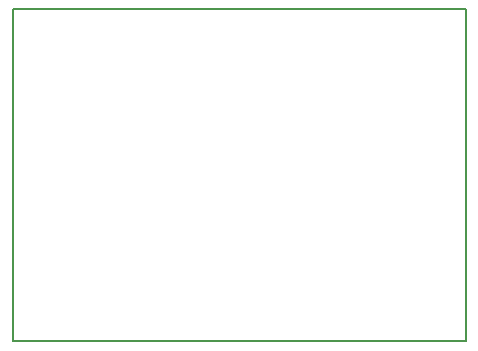
<source format=gm1>
G04 MADE WITH FRITZING*
G04 WWW.FRITZING.ORG*
G04 SINGLE SIDED*
G04 HOLES NOT PLATED*
G04 CONTOUR ON CENTER OF CONTOUR VECTOR*
%ASAXBY*%
%FSLAX23Y23*%
%MOIN*%
%OFA0B0*%
%SFA1.0B1.0*%
%ADD10R,1.518410X1.116300*%
%ADD11C,0.008000*%
%ADD10C,0.008*%
%LNCONTOUR*%
G90*
G70*
G54D10*
G54D11*
X4Y1112D02*
X1514Y1112D01*
X1514Y4D01*
X4Y4D01*
X4Y1112D01*
D02*
G04 End of contour*
M02*
</source>
